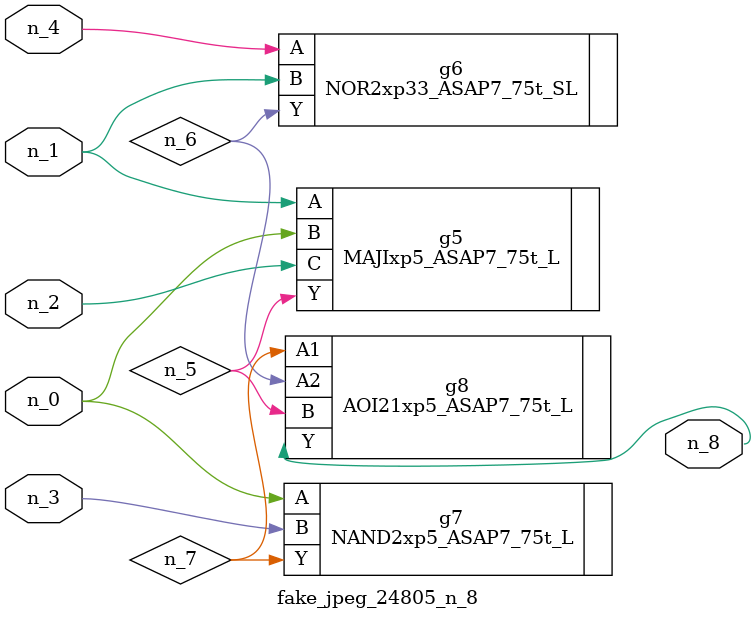
<source format=v>
module fake_jpeg_24805_n_8 (n_3, n_2, n_1, n_0, n_4, n_8);

input n_3;
input n_2;
input n_1;
input n_0;
input n_4;

output n_8;

wire n_6;
wire n_5;
wire n_7;

MAJIxp5_ASAP7_75t_L g5 ( 
.A(n_1),
.B(n_0),
.C(n_2),
.Y(n_5)
);

NOR2xp33_ASAP7_75t_SL g6 ( 
.A(n_4),
.B(n_1),
.Y(n_6)
);

NAND2xp5_ASAP7_75t_L g7 ( 
.A(n_0),
.B(n_3),
.Y(n_7)
);

AOI21xp5_ASAP7_75t_L g8 ( 
.A1(n_7),
.A2(n_6),
.B(n_5),
.Y(n_8)
);


endmodule
</source>
